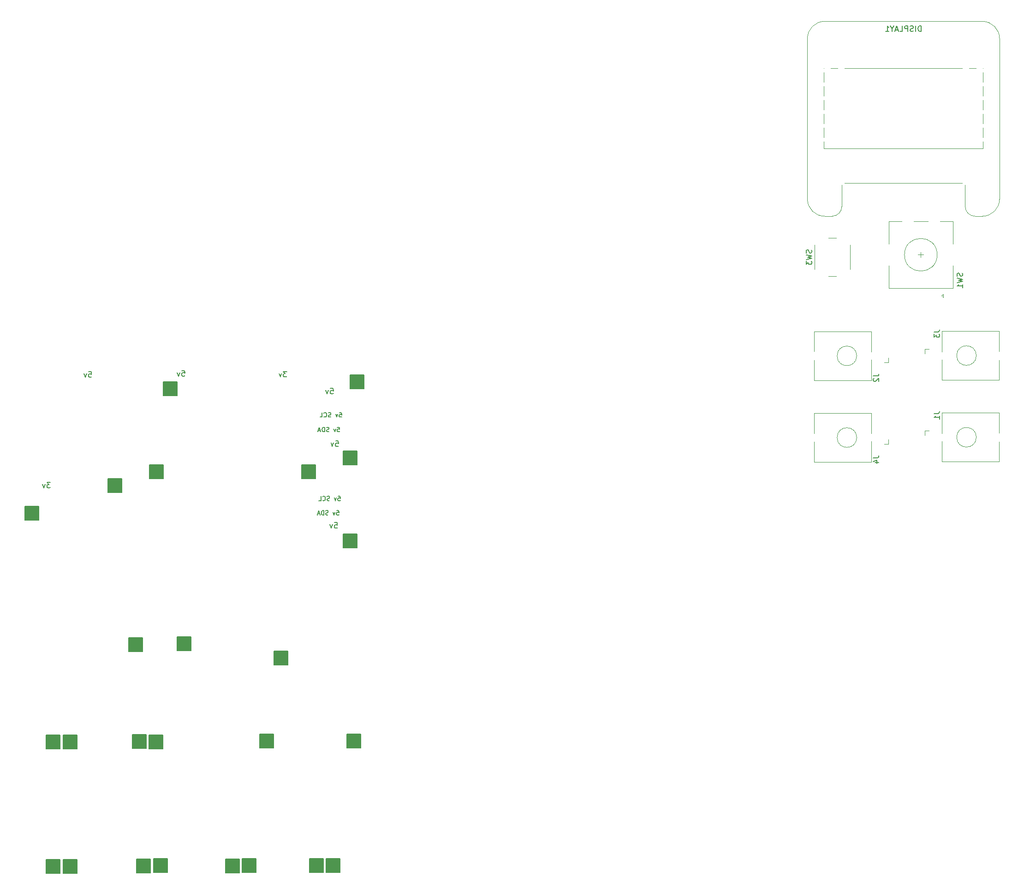
<source format=gbo>
G04 #@! TF.GenerationSoftware,KiCad,Pcbnew,7.0.5-0*
G04 #@! TF.CreationDate,2024-02-27T22:34:33-05:00*
G04 #@! TF.ProjectId,Grand_central_pcb_simple,4772616e-645f-4636-956e-7472616c5f70,rev?*
G04 #@! TF.SameCoordinates,Original*
G04 #@! TF.FileFunction,Legend,Bot*
G04 #@! TF.FilePolarity,Positive*
%FSLAX46Y46*%
G04 Gerber Fmt 4.6, Leading zero omitted, Abs format (unit mm)*
G04 Created by KiCad (PCBNEW 7.0.5-0) date 2024-02-27 22:34:33*
%MOMM*%
%LPD*%
G01*
G04 APERTURE LIST*
%ADD10C,0.150000*%
%ADD11C,0.120000*%
%ADD12C,1.800000*%
%ADD13R,1.800000X1.800000*%
%ADD14C,1.400000*%
%ADD15C,2.130000*%
%ADD16R,1.830000X1.930000*%
%ADD17C,2.000000*%
%ADD18R,2.000000X2.000000*%
%ADD19C,3.200000*%
%ADD20C,2.700000*%
%ADD21R,1.700000X1.700000*%
%ADD22C,1.700000*%
G04 APERTURE END LIST*
D10*
X99060000Y-107950000D02*
X101600000Y-107950000D01*
X101600000Y-110490000D01*
X99060000Y-110490000D01*
X99060000Y-107950000D01*
G36*
X99060000Y-107950000D02*
G01*
X101600000Y-107950000D01*
X101600000Y-110490000D01*
X99060000Y-110490000D01*
X99060000Y-107950000D01*
G37*
X96710146Y-180344491D02*
X99250146Y-180344491D01*
X99250146Y-182884491D01*
X96710146Y-182884491D01*
X96710146Y-180344491D01*
G36*
X96710146Y-180344491D02*
G01*
X99250146Y-180344491D01*
X99250146Y-182884491D01*
X96710146Y-182884491D01*
X96710146Y-180344491D01*
G37*
X83212070Y-180422434D02*
X85752070Y-180422434D01*
X85752070Y-182962434D01*
X83212070Y-182962434D01*
X83212070Y-180422434D01*
G36*
X83212070Y-180422434D02*
G01*
X85752070Y-180422434D01*
X85752070Y-182962434D01*
X83212070Y-182962434D01*
X83212070Y-180422434D01*
G37*
X80150364Y-157552943D02*
X82690364Y-157552943D01*
X82690364Y-160092943D01*
X80150364Y-160092943D01*
X80150364Y-157552943D01*
G36*
X80150364Y-157552943D02*
G01*
X82690364Y-157552943D01*
X82690364Y-160092943D01*
X80150364Y-160092943D01*
X80150364Y-157552943D01*
G37*
X134620000Y-105410000D02*
X137160000Y-105410000D01*
X137160000Y-107950000D01*
X134620000Y-107950000D01*
X134620000Y-105410000D01*
G36*
X134620000Y-105410000D02*
G01*
X137160000Y-105410000D01*
X137160000Y-107950000D01*
X134620000Y-107950000D01*
X134620000Y-105410000D01*
G37*
X99820295Y-180323041D02*
X102360295Y-180323041D01*
X102360295Y-182863041D01*
X99820295Y-182863041D01*
X99820295Y-180323041D01*
G36*
X99820295Y-180323041D02*
G01*
X102360295Y-180323041D01*
X102360295Y-182863041D01*
X99820295Y-182863041D01*
X99820295Y-180323041D01*
G37*
X131538398Y-180281230D02*
X134078398Y-180281230D01*
X134078398Y-182821230D01*
X131538398Y-182821230D01*
X131538398Y-180281230D01*
G36*
X131538398Y-180281230D02*
G01*
X134078398Y-180281230D01*
X134078398Y-182821230D01*
X131538398Y-182821230D01*
X131538398Y-180281230D01*
G37*
X121920000Y-142161284D02*
X124460000Y-142161284D01*
X124460000Y-144701284D01*
X121920000Y-144701284D01*
X121920000Y-142161284D01*
G36*
X121920000Y-142161284D02*
G01*
X124460000Y-142161284D01*
X124460000Y-144701284D01*
X121920000Y-144701284D01*
X121920000Y-142161284D01*
G37*
X80120777Y-180443043D02*
X82660777Y-180443043D01*
X82660777Y-182983043D01*
X80120777Y-182983043D01*
X80120777Y-180443043D01*
G36*
X80120777Y-180443043D02*
G01*
X82660777Y-180443043D01*
X82660777Y-182983043D01*
X80120777Y-182983043D01*
X80120777Y-180443043D01*
G37*
X104124503Y-139521459D02*
X106664503Y-139521459D01*
X106664503Y-142061459D01*
X104124503Y-142061459D01*
X104124503Y-139521459D01*
G36*
X104124503Y-139521459D02*
G01*
X106664503Y-139521459D01*
X106664503Y-142061459D01*
X104124503Y-142061459D01*
X104124503Y-139521459D01*
G37*
X116106277Y-180301193D02*
X118646277Y-180301193D01*
X118646277Y-182841193D01*
X116106277Y-182841193D01*
X116106277Y-180301193D01*
G36*
X116106277Y-180301193D02*
G01*
X118646277Y-180301193D01*
X118646277Y-182841193D01*
X116106277Y-182841193D01*
X116106277Y-180301193D01*
G37*
X127000000Y-107950000D02*
X129540000Y-107950000D01*
X129540000Y-110490000D01*
X127000000Y-110490000D01*
X127000000Y-107950000D01*
G36*
X127000000Y-107950000D02*
G01*
X129540000Y-107950000D01*
X129540000Y-110490000D01*
X127000000Y-110490000D01*
X127000000Y-107950000D01*
G37*
X128481484Y-180242778D02*
X131021484Y-180242778D01*
X131021484Y-182782778D01*
X128481484Y-182782778D01*
X128481484Y-180242778D01*
G36*
X128481484Y-180242778D02*
G01*
X131021484Y-180242778D01*
X131021484Y-182782778D01*
X128481484Y-182782778D01*
X128481484Y-180242778D01*
G37*
X135312797Y-157435657D02*
X137852797Y-157435657D01*
X137852797Y-159975657D01*
X135312797Y-159975657D01*
X135312797Y-157435657D01*
G36*
X135312797Y-157435657D02*
G01*
X137852797Y-157435657D01*
X137852797Y-159975657D01*
X135312797Y-159975657D01*
X135312797Y-157435657D01*
G37*
X99036122Y-157554044D02*
X101576122Y-157554044D01*
X101576122Y-160094044D01*
X99036122Y-160094044D01*
X99036122Y-157554044D01*
G36*
X99036122Y-157554044D02*
G01*
X101576122Y-157554044D01*
X101576122Y-160094044D01*
X99036122Y-160094044D01*
X99036122Y-157554044D01*
G37*
X113060002Y-180378806D02*
X115600002Y-180378806D01*
X115600002Y-182918806D01*
X113060002Y-182918806D01*
X113060002Y-180378806D01*
G36*
X113060002Y-180378806D02*
G01*
X115600002Y-180378806D01*
X115600002Y-182918806D01*
X113060002Y-182918806D01*
X113060002Y-180378806D01*
G37*
X119280000Y-157440000D02*
X121820000Y-157440000D01*
X121820000Y-159980000D01*
X119280000Y-159980000D01*
X119280000Y-157440000D01*
G36*
X119280000Y-157440000D02*
G01*
X121820000Y-157440000D01*
X121820000Y-159980000D01*
X119280000Y-159980000D01*
X119280000Y-157440000D01*
G37*
X95250000Y-139700000D02*
X97790000Y-139700000D01*
X97790000Y-142240000D01*
X95250000Y-142240000D01*
X95250000Y-139700000D01*
G36*
X95250000Y-139700000D02*
G01*
X97790000Y-139700000D01*
X97790000Y-142240000D01*
X95250000Y-142240000D01*
X95250000Y-139700000D01*
G37*
X83246200Y-157573582D02*
X85786200Y-157573582D01*
X85786200Y-160113582D01*
X83246200Y-160113582D01*
X83246200Y-157573582D01*
G36*
X83246200Y-157573582D02*
G01*
X85786200Y-157573582D01*
X85786200Y-160113582D01*
X83246200Y-160113582D01*
X83246200Y-157573582D01*
G37*
X76200000Y-115570000D02*
X78740000Y-115570000D01*
X78740000Y-118110000D01*
X76200000Y-118110000D01*
X76200000Y-115570000D01*
G36*
X76200000Y-115570000D02*
G01*
X78740000Y-115570000D01*
X78740000Y-118110000D01*
X76200000Y-118110000D01*
X76200000Y-115570000D01*
G37*
X91440000Y-110490000D02*
X93980000Y-110490000D01*
X93980000Y-113030000D01*
X91440000Y-113030000D01*
X91440000Y-110490000D01*
G36*
X91440000Y-110490000D02*
G01*
X93980000Y-110490000D01*
X93980000Y-113030000D01*
X91440000Y-113030000D01*
X91440000Y-110490000D01*
G37*
X135890000Y-91440000D02*
X138430000Y-91440000D01*
X138430000Y-93980000D01*
X135890000Y-93980000D01*
X135890000Y-91440000D01*
G36*
X135890000Y-91440000D02*
G01*
X138430000Y-91440000D01*
X138430000Y-93980000D01*
X135890000Y-93980000D01*
X135890000Y-91440000D01*
G37*
X134620000Y-120650000D02*
X137160000Y-120650000D01*
X137160000Y-123190000D01*
X134620000Y-123190000D01*
X134620000Y-120650000D01*
G36*
X134620000Y-120650000D02*
G01*
X137160000Y-120650000D01*
X137160000Y-123190000D01*
X134620000Y-123190000D01*
X134620000Y-120650000D01*
G37*
X95963279Y-157517022D02*
X98503279Y-157517022D01*
X98503279Y-160057022D01*
X95963279Y-160057022D01*
X95963279Y-157517022D01*
G36*
X95963279Y-157517022D02*
G01*
X98503279Y-157517022D01*
X98503279Y-160057022D01*
X95963279Y-160057022D01*
X95963279Y-157517022D01*
G37*
X101600000Y-92710000D02*
X104140000Y-92710000D01*
X104140000Y-95250000D01*
X101600000Y-95250000D01*
X101600000Y-92710000D01*
G36*
X101600000Y-92710000D02*
G01*
X104140000Y-92710000D01*
X104140000Y-95250000D01*
X101600000Y-95250000D01*
X101600000Y-92710000D01*
G37*
X104124503Y-139521459D02*
X106664503Y-139521459D01*
X106664503Y-142061459D01*
X104124503Y-142061459D01*
X104124503Y-139521459D01*
G36*
X104124503Y-139521459D02*
G01*
X106664503Y-139521459D01*
X106664503Y-142061459D01*
X104124503Y-142061459D01*
X104124503Y-139521459D01*
G37*
X132308390Y-93927690D02*
X132784580Y-93927690D01*
X132784580Y-93927690D02*
X132832199Y-94403880D01*
X132832199Y-94403880D02*
X132784580Y-94356261D01*
X132784580Y-94356261D02*
X132689342Y-94308642D01*
X132689342Y-94308642D02*
X132451247Y-94308642D01*
X132451247Y-94308642D02*
X132356009Y-94356261D01*
X132356009Y-94356261D02*
X132308390Y-94403880D01*
X132308390Y-94403880D02*
X132260771Y-94499118D01*
X132260771Y-94499118D02*
X132260771Y-94737213D01*
X132260771Y-94737213D02*
X132308390Y-94832451D01*
X132308390Y-94832451D02*
X132356009Y-94880071D01*
X132356009Y-94880071D02*
X132451247Y-94927690D01*
X132451247Y-94927690D02*
X132689342Y-94927690D01*
X132689342Y-94927690D02*
X132784580Y-94880071D01*
X132784580Y-94880071D02*
X132832199Y-94832451D01*
X131927437Y-94261023D02*
X131689342Y-94927690D01*
X131689342Y-94927690D02*
X131451247Y-94261023D01*
X133941579Y-98412676D02*
X134322531Y-98412676D01*
X134322531Y-98412676D02*
X134360627Y-98793628D01*
X134360627Y-98793628D02*
X134322531Y-98755533D01*
X134322531Y-98755533D02*
X134246341Y-98717438D01*
X134246341Y-98717438D02*
X134055865Y-98717438D01*
X134055865Y-98717438D02*
X133979674Y-98755533D01*
X133979674Y-98755533D02*
X133941579Y-98793628D01*
X133941579Y-98793628D02*
X133903484Y-98869819D01*
X133903484Y-98869819D02*
X133903484Y-99060295D01*
X133903484Y-99060295D02*
X133941579Y-99136485D01*
X133941579Y-99136485D02*
X133979674Y-99174581D01*
X133979674Y-99174581D02*
X134055865Y-99212676D01*
X134055865Y-99212676D02*
X134246341Y-99212676D01*
X134246341Y-99212676D02*
X134322531Y-99174581D01*
X134322531Y-99174581D02*
X134360627Y-99136485D01*
X133636817Y-98679342D02*
X133446341Y-99212676D01*
X133446341Y-99212676D02*
X133255864Y-98679342D01*
X132379674Y-99174581D02*
X132265388Y-99212676D01*
X132265388Y-99212676D02*
X132074912Y-99212676D01*
X132074912Y-99212676D02*
X131998721Y-99174581D01*
X131998721Y-99174581D02*
X131960626Y-99136485D01*
X131960626Y-99136485D02*
X131922531Y-99060295D01*
X131922531Y-99060295D02*
X131922531Y-98984104D01*
X131922531Y-98984104D02*
X131960626Y-98907914D01*
X131960626Y-98907914D02*
X131998721Y-98869819D01*
X131998721Y-98869819D02*
X132074912Y-98831723D01*
X132074912Y-98831723D02*
X132227293Y-98793628D01*
X132227293Y-98793628D02*
X132303483Y-98755533D01*
X132303483Y-98755533D02*
X132341578Y-98717438D01*
X132341578Y-98717438D02*
X132379674Y-98641247D01*
X132379674Y-98641247D02*
X132379674Y-98565057D01*
X132379674Y-98565057D02*
X132341578Y-98488866D01*
X132341578Y-98488866D02*
X132303483Y-98450771D01*
X132303483Y-98450771D02*
X132227293Y-98412676D01*
X132227293Y-98412676D02*
X132036816Y-98412676D01*
X132036816Y-98412676D02*
X131922531Y-98450771D01*
X131122530Y-99136485D02*
X131160626Y-99174581D01*
X131160626Y-99174581D02*
X131274911Y-99212676D01*
X131274911Y-99212676D02*
X131351102Y-99212676D01*
X131351102Y-99212676D02*
X131465388Y-99174581D01*
X131465388Y-99174581D02*
X131541578Y-99098390D01*
X131541578Y-99098390D02*
X131579673Y-99022200D01*
X131579673Y-99022200D02*
X131617769Y-98869819D01*
X131617769Y-98869819D02*
X131617769Y-98755533D01*
X131617769Y-98755533D02*
X131579673Y-98603152D01*
X131579673Y-98603152D02*
X131541578Y-98526961D01*
X131541578Y-98526961D02*
X131465388Y-98450771D01*
X131465388Y-98450771D02*
X131351102Y-98412676D01*
X131351102Y-98412676D02*
X131274911Y-98412676D01*
X131274911Y-98412676D02*
X131160626Y-98450771D01*
X131160626Y-98450771D02*
X131122530Y-98488866D01*
X130398721Y-99212676D02*
X130779673Y-99212676D01*
X130779673Y-99212676D02*
X130779673Y-98412676D01*
X124283538Y-90847666D02*
X123664491Y-90847666D01*
X123664491Y-90847666D02*
X123997824Y-91228618D01*
X123997824Y-91228618D02*
X123854967Y-91228618D01*
X123854967Y-91228618D02*
X123759729Y-91276237D01*
X123759729Y-91276237D02*
X123712110Y-91323856D01*
X123712110Y-91323856D02*
X123664491Y-91419094D01*
X123664491Y-91419094D02*
X123664491Y-91657189D01*
X123664491Y-91657189D02*
X123712110Y-91752427D01*
X123712110Y-91752427D02*
X123759729Y-91800047D01*
X123759729Y-91800047D02*
X123854967Y-91847666D01*
X123854967Y-91847666D02*
X124140681Y-91847666D01*
X124140681Y-91847666D02*
X124235919Y-91800047D01*
X124235919Y-91800047D02*
X124283538Y-91752427D01*
X123331157Y-91180999D02*
X123093062Y-91847666D01*
X123093062Y-91847666D02*
X122854967Y-91180999D01*
X133701025Y-113754612D02*
X134081977Y-113754612D01*
X134081977Y-113754612D02*
X134120073Y-114135564D01*
X134120073Y-114135564D02*
X134081977Y-114097469D01*
X134081977Y-114097469D02*
X134005787Y-114059374D01*
X134005787Y-114059374D02*
X133815311Y-114059374D01*
X133815311Y-114059374D02*
X133739120Y-114097469D01*
X133739120Y-114097469D02*
X133701025Y-114135564D01*
X133701025Y-114135564D02*
X133662930Y-114211755D01*
X133662930Y-114211755D02*
X133662930Y-114402231D01*
X133662930Y-114402231D02*
X133701025Y-114478421D01*
X133701025Y-114478421D02*
X133739120Y-114516517D01*
X133739120Y-114516517D02*
X133815311Y-114554612D01*
X133815311Y-114554612D02*
X134005787Y-114554612D01*
X134005787Y-114554612D02*
X134081977Y-114516517D01*
X134081977Y-114516517D02*
X134120073Y-114478421D01*
X133396263Y-114021278D02*
X133205787Y-114554612D01*
X133205787Y-114554612D02*
X133015310Y-114021278D01*
X132139120Y-114516517D02*
X132024834Y-114554612D01*
X132024834Y-114554612D02*
X131834358Y-114554612D01*
X131834358Y-114554612D02*
X131758167Y-114516517D01*
X131758167Y-114516517D02*
X131720072Y-114478421D01*
X131720072Y-114478421D02*
X131681977Y-114402231D01*
X131681977Y-114402231D02*
X131681977Y-114326040D01*
X131681977Y-114326040D02*
X131720072Y-114249850D01*
X131720072Y-114249850D02*
X131758167Y-114211755D01*
X131758167Y-114211755D02*
X131834358Y-114173659D01*
X131834358Y-114173659D02*
X131986739Y-114135564D01*
X131986739Y-114135564D02*
X132062929Y-114097469D01*
X132062929Y-114097469D02*
X132101024Y-114059374D01*
X132101024Y-114059374D02*
X132139120Y-113983183D01*
X132139120Y-113983183D02*
X132139120Y-113906993D01*
X132139120Y-113906993D02*
X132101024Y-113830802D01*
X132101024Y-113830802D02*
X132062929Y-113792707D01*
X132062929Y-113792707D02*
X131986739Y-113754612D01*
X131986739Y-113754612D02*
X131796262Y-113754612D01*
X131796262Y-113754612D02*
X131681977Y-113792707D01*
X130881976Y-114478421D02*
X130920072Y-114516517D01*
X130920072Y-114516517D02*
X131034357Y-114554612D01*
X131034357Y-114554612D02*
X131110548Y-114554612D01*
X131110548Y-114554612D02*
X131224834Y-114516517D01*
X131224834Y-114516517D02*
X131301024Y-114440326D01*
X131301024Y-114440326D02*
X131339119Y-114364136D01*
X131339119Y-114364136D02*
X131377215Y-114211755D01*
X131377215Y-114211755D02*
X131377215Y-114097469D01*
X131377215Y-114097469D02*
X131339119Y-113945088D01*
X131339119Y-113945088D02*
X131301024Y-113868897D01*
X131301024Y-113868897D02*
X131224834Y-113792707D01*
X131224834Y-113792707D02*
X131110548Y-113754612D01*
X131110548Y-113754612D02*
X131034357Y-113754612D01*
X131034357Y-113754612D02*
X130920072Y-113792707D01*
X130920072Y-113792707D02*
X130881976Y-113830802D01*
X130158167Y-114554612D02*
X130539119Y-114554612D01*
X130539119Y-114554612D02*
X130539119Y-113754612D01*
X133449209Y-116398677D02*
X133830161Y-116398677D01*
X133830161Y-116398677D02*
X133868257Y-116779629D01*
X133868257Y-116779629D02*
X133830161Y-116741534D01*
X133830161Y-116741534D02*
X133753971Y-116703439D01*
X133753971Y-116703439D02*
X133563495Y-116703439D01*
X133563495Y-116703439D02*
X133487304Y-116741534D01*
X133487304Y-116741534D02*
X133449209Y-116779629D01*
X133449209Y-116779629D02*
X133411114Y-116855820D01*
X133411114Y-116855820D02*
X133411114Y-117046296D01*
X133411114Y-117046296D02*
X133449209Y-117122486D01*
X133449209Y-117122486D02*
X133487304Y-117160582D01*
X133487304Y-117160582D02*
X133563495Y-117198677D01*
X133563495Y-117198677D02*
X133753971Y-117198677D01*
X133753971Y-117198677D02*
X133830161Y-117160582D01*
X133830161Y-117160582D02*
X133868257Y-117122486D01*
X133144447Y-116665343D02*
X132953971Y-117198677D01*
X132953971Y-117198677D02*
X132763494Y-116665343D01*
X131887304Y-117160582D02*
X131773018Y-117198677D01*
X131773018Y-117198677D02*
X131582542Y-117198677D01*
X131582542Y-117198677D02*
X131506351Y-117160582D01*
X131506351Y-117160582D02*
X131468256Y-117122486D01*
X131468256Y-117122486D02*
X131430161Y-117046296D01*
X131430161Y-117046296D02*
X131430161Y-116970105D01*
X131430161Y-116970105D02*
X131468256Y-116893915D01*
X131468256Y-116893915D02*
X131506351Y-116855820D01*
X131506351Y-116855820D02*
X131582542Y-116817724D01*
X131582542Y-116817724D02*
X131734923Y-116779629D01*
X131734923Y-116779629D02*
X131811113Y-116741534D01*
X131811113Y-116741534D02*
X131849208Y-116703439D01*
X131849208Y-116703439D02*
X131887304Y-116627248D01*
X131887304Y-116627248D02*
X131887304Y-116551058D01*
X131887304Y-116551058D02*
X131849208Y-116474867D01*
X131849208Y-116474867D02*
X131811113Y-116436772D01*
X131811113Y-116436772D02*
X131734923Y-116398677D01*
X131734923Y-116398677D02*
X131544446Y-116398677D01*
X131544446Y-116398677D02*
X131430161Y-116436772D01*
X131087303Y-117198677D02*
X131087303Y-116398677D01*
X131087303Y-116398677D02*
X130896827Y-116398677D01*
X130896827Y-116398677D02*
X130782541Y-116436772D01*
X130782541Y-116436772D02*
X130706351Y-116512962D01*
X130706351Y-116512962D02*
X130668256Y-116589153D01*
X130668256Y-116589153D02*
X130630160Y-116741534D01*
X130630160Y-116741534D02*
X130630160Y-116855820D01*
X130630160Y-116855820D02*
X130668256Y-117008201D01*
X130668256Y-117008201D02*
X130706351Y-117084391D01*
X130706351Y-117084391D02*
X130782541Y-117160582D01*
X130782541Y-117160582D02*
X130896827Y-117198677D01*
X130896827Y-117198677D02*
X131087303Y-117198677D01*
X130325399Y-116970105D02*
X129944446Y-116970105D01*
X130401589Y-117198677D02*
X130134922Y-116398677D01*
X130134922Y-116398677D02*
X129868256Y-117198677D01*
X133045520Y-118600185D02*
X133521710Y-118600185D01*
X133521710Y-118600185D02*
X133569329Y-119076375D01*
X133569329Y-119076375D02*
X133521710Y-119028756D01*
X133521710Y-119028756D02*
X133426472Y-118981137D01*
X133426472Y-118981137D02*
X133188377Y-118981137D01*
X133188377Y-118981137D02*
X133093139Y-119028756D01*
X133093139Y-119028756D02*
X133045520Y-119076375D01*
X133045520Y-119076375D02*
X132997901Y-119171613D01*
X132997901Y-119171613D02*
X132997901Y-119409708D01*
X132997901Y-119409708D02*
X133045520Y-119504946D01*
X133045520Y-119504946D02*
X133093139Y-119552566D01*
X133093139Y-119552566D02*
X133188377Y-119600185D01*
X133188377Y-119600185D02*
X133426472Y-119600185D01*
X133426472Y-119600185D02*
X133521710Y-119552566D01*
X133521710Y-119552566D02*
X133569329Y-119504946D01*
X132664567Y-118933518D02*
X132426472Y-119600185D01*
X132426472Y-119600185D02*
X132188377Y-118933518D01*
X87921254Y-90895186D02*
X88397444Y-90895186D01*
X88397444Y-90895186D02*
X88445063Y-91371376D01*
X88445063Y-91371376D02*
X88397444Y-91323757D01*
X88397444Y-91323757D02*
X88302206Y-91276138D01*
X88302206Y-91276138D02*
X88064111Y-91276138D01*
X88064111Y-91276138D02*
X87968873Y-91323757D01*
X87968873Y-91323757D02*
X87921254Y-91371376D01*
X87921254Y-91371376D02*
X87873635Y-91466614D01*
X87873635Y-91466614D02*
X87873635Y-91704709D01*
X87873635Y-91704709D02*
X87921254Y-91799947D01*
X87921254Y-91799947D02*
X87968873Y-91847567D01*
X87968873Y-91847567D02*
X88064111Y-91895186D01*
X88064111Y-91895186D02*
X88302206Y-91895186D01*
X88302206Y-91895186D02*
X88397444Y-91847567D01*
X88397444Y-91847567D02*
X88445063Y-91799947D01*
X87540301Y-91228519D02*
X87302206Y-91895186D01*
X87302206Y-91895186D02*
X87064111Y-91228519D01*
X133258868Y-103608134D02*
X133735058Y-103608134D01*
X133735058Y-103608134D02*
X133782677Y-104084324D01*
X133782677Y-104084324D02*
X133735058Y-104036705D01*
X133735058Y-104036705D02*
X133639820Y-103989086D01*
X133639820Y-103989086D02*
X133401725Y-103989086D01*
X133401725Y-103989086D02*
X133306487Y-104036705D01*
X133306487Y-104036705D02*
X133258868Y-104084324D01*
X133258868Y-104084324D02*
X133211249Y-104179562D01*
X133211249Y-104179562D02*
X133211249Y-104417657D01*
X133211249Y-104417657D02*
X133258868Y-104512895D01*
X133258868Y-104512895D02*
X133306487Y-104560515D01*
X133306487Y-104560515D02*
X133401725Y-104608134D01*
X133401725Y-104608134D02*
X133639820Y-104608134D01*
X133639820Y-104608134D02*
X133735058Y-104560515D01*
X133735058Y-104560515D02*
X133782677Y-104512895D01*
X132877915Y-103941467D02*
X132639820Y-104608134D01*
X132639820Y-104608134D02*
X132401725Y-103941467D01*
X80888701Y-111202402D02*
X80269654Y-111202402D01*
X80269654Y-111202402D02*
X80602987Y-111583354D01*
X80602987Y-111583354D02*
X80460130Y-111583354D01*
X80460130Y-111583354D02*
X80364892Y-111630973D01*
X80364892Y-111630973D02*
X80317273Y-111678592D01*
X80317273Y-111678592D02*
X80269654Y-111773830D01*
X80269654Y-111773830D02*
X80269654Y-112011925D01*
X80269654Y-112011925D02*
X80317273Y-112107163D01*
X80317273Y-112107163D02*
X80364892Y-112154783D01*
X80364892Y-112154783D02*
X80460130Y-112202402D01*
X80460130Y-112202402D02*
X80745844Y-112202402D01*
X80745844Y-112202402D02*
X80841082Y-112154783D01*
X80841082Y-112154783D02*
X80888701Y-112107163D01*
X79936320Y-111535735D02*
X79698225Y-112202402D01*
X79698225Y-112202402D02*
X79460130Y-111535735D01*
X133578953Y-101111498D02*
X133959905Y-101111498D01*
X133959905Y-101111498D02*
X133998001Y-101492450D01*
X133998001Y-101492450D02*
X133959905Y-101454355D01*
X133959905Y-101454355D02*
X133883715Y-101416260D01*
X133883715Y-101416260D02*
X133693239Y-101416260D01*
X133693239Y-101416260D02*
X133617048Y-101454355D01*
X133617048Y-101454355D02*
X133578953Y-101492450D01*
X133578953Y-101492450D02*
X133540858Y-101568641D01*
X133540858Y-101568641D02*
X133540858Y-101759117D01*
X133540858Y-101759117D02*
X133578953Y-101835307D01*
X133578953Y-101835307D02*
X133617048Y-101873403D01*
X133617048Y-101873403D02*
X133693239Y-101911498D01*
X133693239Y-101911498D02*
X133883715Y-101911498D01*
X133883715Y-101911498D02*
X133959905Y-101873403D01*
X133959905Y-101873403D02*
X133998001Y-101835307D01*
X133274191Y-101378164D02*
X133083715Y-101911498D01*
X133083715Y-101911498D02*
X132893238Y-101378164D01*
X132017048Y-101873403D02*
X131902762Y-101911498D01*
X131902762Y-101911498D02*
X131712286Y-101911498D01*
X131712286Y-101911498D02*
X131636095Y-101873403D01*
X131636095Y-101873403D02*
X131598000Y-101835307D01*
X131598000Y-101835307D02*
X131559905Y-101759117D01*
X131559905Y-101759117D02*
X131559905Y-101682926D01*
X131559905Y-101682926D02*
X131598000Y-101606736D01*
X131598000Y-101606736D02*
X131636095Y-101568641D01*
X131636095Y-101568641D02*
X131712286Y-101530545D01*
X131712286Y-101530545D02*
X131864667Y-101492450D01*
X131864667Y-101492450D02*
X131940857Y-101454355D01*
X131940857Y-101454355D02*
X131978952Y-101416260D01*
X131978952Y-101416260D02*
X132017048Y-101340069D01*
X132017048Y-101340069D02*
X132017048Y-101263879D01*
X132017048Y-101263879D02*
X131978952Y-101187688D01*
X131978952Y-101187688D02*
X131940857Y-101149593D01*
X131940857Y-101149593D02*
X131864667Y-101111498D01*
X131864667Y-101111498D02*
X131674190Y-101111498D01*
X131674190Y-101111498D02*
X131559905Y-101149593D01*
X131217047Y-101911498D02*
X131217047Y-101111498D01*
X131217047Y-101111498D02*
X131026571Y-101111498D01*
X131026571Y-101111498D02*
X130912285Y-101149593D01*
X130912285Y-101149593D02*
X130836095Y-101225783D01*
X130836095Y-101225783D02*
X130798000Y-101301974D01*
X130798000Y-101301974D02*
X130759904Y-101454355D01*
X130759904Y-101454355D02*
X130759904Y-101568641D01*
X130759904Y-101568641D02*
X130798000Y-101721022D01*
X130798000Y-101721022D02*
X130836095Y-101797212D01*
X130836095Y-101797212D02*
X130912285Y-101873403D01*
X130912285Y-101873403D02*
X131026571Y-101911498D01*
X131026571Y-101911498D02*
X131217047Y-101911498D01*
X130455143Y-101682926D02*
X130074190Y-101682926D01*
X130531333Y-101911498D02*
X130264666Y-101111498D01*
X130264666Y-101111498D02*
X129998000Y-101911498D01*
X105044255Y-90685367D02*
X105520445Y-90685367D01*
X105520445Y-90685367D02*
X105568064Y-91161557D01*
X105568064Y-91161557D02*
X105520445Y-91113938D01*
X105520445Y-91113938D02*
X105425207Y-91066319D01*
X105425207Y-91066319D02*
X105187112Y-91066319D01*
X105187112Y-91066319D02*
X105091874Y-91113938D01*
X105091874Y-91113938D02*
X105044255Y-91161557D01*
X105044255Y-91161557D02*
X104996636Y-91256795D01*
X104996636Y-91256795D02*
X104996636Y-91494890D01*
X104996636Y-91494890D02*
X105044255Y-91590128D01*
X105044255Y-91590128D02*
X105091874Y-91637748D01*
X105091874Y-91637748D02*
X105187112Y-91685367D01*
X105187112Y-91685367D02*
X105425207Y-91685367D01*
X105425207Y-91685367D02*
X105520445Y-91637748D01*
X105520445Y-91637748D02*
X105568064Y-91590128D01*
X104663302Y-91018700D02*
X104425207Y-91685367D01*
X104425207Y-91685367D02*
X104187112Y-91018700D01*
X231954680Y-91677282D02*
X232668965Y-91677282D01*
X232668965Y-91677282D02*
X232811822Y-91629663D01*
X232811822Y-91629663D02*
X232907061Y-91534425D01*
X232907061Y-91534425D02*
X232954680Y-91391568D01*
X232954680Y-91391568D02*
X232954680Y-91296330D01*
X232049918Y-92105854D02*
X232002299Y-92153473D01*
X232002299Y-92153473D02*
X231954680Y-92248711D01*
X231954680Y-92248711D02*
X231954680Y-92486806D01*
X231954680Y-92486806D02*
X232002299Y-92582044D01*
X232002299Y-92582044D02*
X232049918Y-92629663D01*
X232049918Y-92629663D02*
X232145156Y-92677282D01*
X232145156Y-92677282D02*
X232240394Y-92677282D01*
X232240394Y-92677282D02*
X232383251Y-92629663D01*
X232383251Y-92629663D02*
X232954680Y-92058235D01*
X232954680Y-92058235D02*
X232954680Y-92677282D01*
X220582200Y-68516667D02*
X220629819Y-68659524D01*
X220629819Y-68659524D02*
X220629819Y-68897619D01*
X220629819Y-68897619D02*
X220582200Y-68992857D01*
X220582200Y-68992857D02*
X220534580Y-69040476D01*
X220534580Y-69040476D02*
X220439342Y-69088095D01*
X220439342Y-69088095D02*
X220344104Y-69088095D01*
X220344104Y-69088095D02*
X220248866Y-69040476D01*
X220248866Y-69040476D02*
X220201247Y-68992857D01*
X220201247Y-68992857D02*
X220153628Y-68897619D01*
X220153628Y-68897619D02*
X220106009Y-68707143D01*
X220106009Y-68707143D02*
X220058390Y-68611905D01*
X220058390Y-68611905D02*
X220010771Y-68564286D01*
X220010771Y-68564286D02*
X219915533Y-68516667D01*
X219915533Y-68516667D02*
X219820295Y-68516667D01*
X219820295Y-68516667D02*
X219725057Y-68564286D01*
X219725057Y-68564286D02*
X219677438Y-68611905D01*
X219677438Y-68611905D02*
X219629819Y-68707143D01*
X219629819Y-68707143D02*
X219629819Y-68945238D01*
X219629819Y-68945238D02*
X219677438Y-69088095D01*
X219629819Y-69421429D02*
X220629819Y-69659524D01*
X220629819Y-69659524D02*
X219915533Y-69850000D01*
X219915533Y-69850000D02*
X220629819Y-70040476D01*
X220629819Y-70040476D02*
X219629819Y-70278572D01*
X219629819Y-70564286D02*
X219629819Y-71183333D01*
X219629819Y-71183333D02*
X220010771Y-70850000D01*
X220010771Y-70850000D02*
X220010771Y-70992857D01*
X220010771Y-70992857D02*
X220058390Y-71088095D01*
X220058390Y-71088095D02*
X220106009Y-71135714D01*
X220106009Y-71135714D02*
X220201247Y-71183333D01*
X220201247Y-71183333D02*
X220439342Y-71183333D01*
X220439342Y-71183333D02*
X220534580Y-71135714D01*
X220534580Y-71135714D02*
X220582200Y-71088095D01*
X220582200Y-71088095D02*
X220629819Y-70992857D01*
X220629819Y-70992857D02*
X220629819Y-70707143D01*
X220629819Y-70707143D02*
X220582200Y-70611905D01*
X220582200Y-70611905D02*
X220534580Y-70564286D01*
X248272200Y-72776667D02*
X248319819Y-72919524D01*
X248319819Y-72919524D02*
X248319819Y-73157619D01*
X248319819Y-73157619D02*
X248272200Y-73252857D01*
X248272200Y-73252857D02*
X248224580Y-73300476D01*
X248224580Y-73300476D02*
X248129342Y-73348095D01*
X248129342Y-73348095D02*
X248034104Y-73348095D01*
X248034104Y-73348095D02*
X247938866Y-73300476D01*
X247938866Y-73300476D02*
X247891247Y-73252857D01*
X247891247Y-73252857D02*
X247843628Y-73157619D01*
X247843628Y-73157619D02*
X247796009Y-72967143D01*
X247796009Y-72967143D02*
X247748390Y-72871905D01*
X247748390Y-72871905D02*
X247700771Y-72824286D01*
X247700771Y-72824286D02*
X247605533Y-72776667D01*
X247605533Y-72776667D02*
X247510295Y-72776667D01*
X247510295Y-72776667D02*
X247415057Y-72824286D01*
X247415057Y-72824286D02*
X247367438Y-72871905D01*
X247367438Y-72871905D02*
X247319819Y-72967143D01*
X247319819Y-72967143D02*
X247319819Y-73205238D01*
X247319819Y-73205238D02*
X247367438Y-73348095D01*
X247319819Y-73681429D02*
X248319819Y-73919524D01*
X248319819Y-73919524D02*
X247605533Y-74110000D01*
X247605533Y-74110000D02*
X248319819Y-74300476D01*
X248319819Y-74300476D02*
X247319819Y-74538572D01*
X248319819Y-75443333D02*
X248319819Y-74871905D01*
X248319819Y-75157619D02*
X247319819Y-75157619D01*
X247319819Y-75157619D02*
X247462676Y-75062381D01*
X247462676Y-75062381D02*
X247557914Y-74967143D01*
X247557914Y-74967143D02*
X247605533Y-74871905D01*
X243104819Y-83558236D02*
X243819104Y-83558236D01*
X243819104Y-83558236D02*
X243961961Y-83510617D01*
X243961961Y-83510617D02*
X244057200Y-83415379D01*
X244057200Y-83415379D02*
X244104819Y-83272522D01*
X244104819Y-83272522D02*
X244104819Y-83177284D01*
X243104819Y-83939189D02*
X243104819Y-84558236D01*
X243104819Y-84558236D02*
X243485771Y-84224903D01*
X243485771Y-84224903D02*
X243485771Y-84367760D01*
X243485771Y-84367760D02*
X243533390Y-84462998D01*
X243533390Y-84462998D02*
X243581009Y-84510617D01*
X243581009Y-84510617D02*
X243676247Y-84558236D01*
X243676247Y-84558236D02*
X243914342Y-84558236D01*
X243914342Y-84558236D02*
X244009580Y-84510617D01*
X244009580Y-84510617D02*
X244057200Y-84462998D01*
X244057200Y-84462998D02*
X244104819Y-84367760D01*
X244104819Y-84367760D02*
X244104819Y-84082046D01*
X244104819Y-84082046D02*
X244057200Y-83986808D01*
X244057200Y-83986808D02*
X244009580Y-83939189D01*
X243104819Y-98558236D02*
X243819104Y-98558236D01*
X243819104Y-98558236D02*
X243961961Y-98510617D01*
X243961961Y-98510617D02*
X244057200Y-98415379D01*
X244057200Y-98415379D02*
X244104819Y-98272522D01*
X244104819Y-98272522D02*
X244104819Y-98177284D01*
X244104819Y-99558236D02*
X244104819Y-98986808D01*
X244104819Y-99272522D02*
X243104819Y-99272522D01*
X243104819Y-99272522D02*
X243247676Y-99177284D01*
X243247676Y-99177284D02*
X243342914Y-99082046D01*
X243342914Y-99082046D02*
X243390533Y-98986808D01*
X240704285Y-28394819D02*
X240704285Y-27394819D01*
X240704285Y-27394819D02*
X240466190Y-27394819D01*
X240466190Y-27394819D02*
X240323333Y-27442438D01*
X240323333Y-27442438D02*
X240228095Y-27537676D01*
X240228095Y-27537676D02*
X240180476Y-27632914D01*
X240180476Y-27632914D02*
X240132857Y-27823390D01*
X240132857Y-27823390D02*
X240132857Y-27966247D01*
X240132857Y-27966247D02*
X240180476Y-28156723D01*
X240180476Y-28156723D02*
X240228095Y-28251961D01*
X240228095Y-28251961D02*
X240323333Y-28347200D01*
X240323333Y-28347200D02*
X240466190Y-28394819D01*
X240466190Y-28394819D02*
X240704285Y-28394819D01*
X239704285Y-28394819D02*
X239704285Y-27394819D01*
X239275714Y-28347200D02*
X239132857Y-28394819D01*
X239132857Y-28394819D02*
X238894762Y-28394819D01*
X238894762Y-28394819D02*
X238799524Y-28347200D01*
X238799524Y-28347200D02*
X238751905Y-28299580D01*
X238751905Y-28299580D02*
X238704286Y-28204342D01*
X238704286Y-28204342D02*
X238704286Y-28109104D01*
X238704286Y-28109104D02*
X238751905Y-28013866D01*
X238751905Y-28013866D02*
X238799524Y-27966247D01*
X238799524Y-27966247D02*
X238894762Y-27918628D01*
X238894762Y-27918628D02*
X239085238Y-27871009D01*
X239085238Y-27871009D02*
X239180476Y-27823390D01*
X239180476Y-27823390D02*
X239228095Y-27775771D01*
X239228095Y-27775771D02*
X239275714Y-27680533D01*
X239275714Y-27680533D02*
X239275714Y-27585295D01*
X239275714Y-27585295D02*
X239228095Y-27490057D01*
X239228095Y-27490057D02*
X239180476Y-27442438D01*
X239180476Y-27442438D02*
X239085238Y-27394819D01*
X239085238Y-27394819D02*
X238847143Y-27394819D01*
X238847143Y-27394819D02*
X238704286Y-27442438D01*
X238275714Y-28394819D02*
X238275714Y-27394819D01*
X238275714Y-27394819D02*
X237894762Y-27394819D01*
X237894762Y-27394819D02*
X237799524Y-27442438D01*
X237799524Y-27442438D02*
X237751905Y-27490057D01*
X237751905Y-27490057D02*
X237704286Y-27585295D01*
X237704286Y-27585295D02*
X237704286Y-27728152D01*
X237704286Y-27728152D02*
X237751905Y-27823390D01*
X237751905Y-27823390D02*
X237799524Y-27871009D01*
X237799524Y-27871009D02*
X237894762Y-27918628D01*
X237894762Y-27918628D02*
X238275714Y-27918628D01*
X236799524Y-28394819D02*
X237275714Y-28394819D01*
X237275714Y-28394819D02*
X237275714Y-27394819D01*
X236513809Y-28109104D02*
X236037619Y-28109104D01*
X236609047Y-28394819D02*
X236275714Y-27394819D01*
X236275714Y-27394819D02*
X235942381Y-28394819D01*
X235418571Y-27918628D02*
X235418571Y-28394819D01*
X235751904Y-27394819D02*
X235418571Y-27918628D01*
X235418571Y-27918628D02*
X235085238Y-27394819D01*
X234228095Y-28394819D02*
X234799523Y-28394819D01*
X234513809Y-28394819D02*
X234513809Y-27394819D01*
X234513809Y-27394819D02*
X234609047Y-27537676D01*
X234609047Y-27537676D02*
X234704285Y-27632914D01*
X234704285Y-27632914D02*
X234799523Y-27680533D01*
X231954680Y-106677282D02*
X232668965Y-106677282D01*
X232668965Y-106677282D02*
X232811822Y-106629663D01*
X232811822Y-106629663D02*
X232907061Y-106534425D01*
X232907061Y-106534425D02*
X232954680Y-106391568D01*
X232954680Y-106391568D02*
X232954680Y-106296330D01*
X232288013Y-107582044D02*
X232954680Y-107582044D01*
X231907061Y-107343949D02*
X232621346Y-107105854D01*
X232621346Y-107105854D02*
X232621346Y-107724901D01*
D11*
X228899861Y-87980616D02*
G75*
G03*
X228899861Y-87980616I-1800000J0D01*
G01*
X231599861Y-83480616D02*
X221099861Y-83480616D01*
X231599861Y-83480616D02*
X231599861Y-87260616D01*
X221099861Y-83480616D02*
X221099861Y-87180616D01*
X231599861Y-88700616D02*
X231599861Y-92480616D01*
X221099861Y-88780616D02*
X221099861Y-92480616D01*
X234749861Y-89210616D02*
X234749861Y-88350616D01*
X234749861Y-89210616D02*
X233949861Y-89210616D01*
X231599861Y-92480616D02*
X221099861Y-92480616D01*
X225175000Y-73350000D02*
X223675000Y-73350000D01*
X221175000Y-72100000D02*
X221175000Y-67600000D01*
X227675000Y-67600000D02*
X227675000Y-72100000D01*
X223675000Y-66350000D02*
X225175000Y-66350000D01*
X244765000Y-77210000D02*
X244765000Y-76610000D01*
X244465000Y-76910000D02*
X244765000Y-77210000D01*
X244765000Y-76610000D02*
X244465000Y-76910000D01*
X246565000Y-75510000D02*
X234765000Y-75510000D01*
X234765000Y-71410000D02*
X234765000Y-75510000D01*
X246565000Y-71410000D02*
X246565000Y-75510000D01*
X240665000Y-69910000D02*
X240665000Y-68910000D01*
X241165000Y-69410000D02*
X240165000Y-69410000D01*
X246565000Y-67410000D02*
X246565000Y-63310000D01*
X234765000Y-63310000D02*
X234765000Y-67410000D01*
X237165000Y-63310000D02*
X234765000Y-63310000D01*
X241965000Y-63310000D02*
X239365000Y-63310000D01*
X246565000Y-63310000D02*
X244165000Y-63310000D01*
X243665000Y-69410000D02*
G75*
G03*
X243665000Y-69410000I-3000000J0D01*
G01*
X250850000Y-87921570D02*
G75*
G03*
X250850000Y-87921570I-1800000J0D01*
G01*
X244550000Y-92421570D02*
X255050000Y-92421570D01*
X244550000Y-92421570D02*
X244550000Y-88641570D01*
X255050000Y-92421570D02*
X255050000Y-88721570D01*
X244550000Y-87201570D02*
X244550000Y-83421570D01*
X255050000Y-87121570D02*
X255050000Y-83421570D01*
X241400000Y-86691570D02*
X241400000Y-87551570D01*
X241400000Y-86691570D02*
X242200000Y-86691570D01*
X244550000Y-83421570D02*
X255050000Y-83421570D01*
X250850000Y-102921570D02*
G75*
G03*
X250850000Y-102921570I-1800000J0D01*
G01*
X244550000Y-107421570D02*
X255050000Y-107421570D01*
X244550000Y-107421570D02*
X244550000Y-103641570D01*
X255050000Y-107421570D02*
X255050000Y-103721570D01*
X244550000Y-102201570D02*
X244550000Y-98421570D01*
X255050000Y-102121570D02*
X255050000Y-98421570D01*
X241400000Y-101691570D02*
X241400000Y-102551570D01*
X241400000Y-101691570D02*
X242200000Y-101691570D01*
X244550000Y-98421570D02*
X255050000Y-98421570D01*
X255126000Y-29715000D02*
X255126000Y-59179000D01*
X252078000Y-49891000D02*
X222902000Y-49891000D01*
X252078000Y-35193000D02*
X252078000Y-49891000D01*
X252078000Y-35193000D02*
X222902000Y-35193000D01*
X250618000Y-62337000D02*
X251970000Y-62337000D01*
X248810000Y-56241000D02*
X248810000Y-60529000D01*
X248810000Y-56241000D02*
X226170000Y-56241000D01*
X226170000Y-56241000D02*
X226170000Y-60529000D01*
X224362000Y-62337000D02*
X223010000Y-62337000D01*
X223012000Y-26557000D02*
X251968000Y-26557000D01*
X222902000Y-35193000D02*
X222902000Y-49891000D01*
X219854000Y-29715000D02*
X219854000Y-59179000D01*
X251968000Y-62337000D02*
G75*
G03*
X255126000Y-59179000I-1J3158001D01*
G01*
X255126000Y-29715000D02*
G75*
G03*
X251968000Y-26557000I-3158001J-1D01*
G01*
X248810000Y-60527000D02*
G75*
G03*
X250616000Y-62337000I1808000J-2000D01*
G01*
X224364000Y-62337000D02*
G75*
G03*
X226170000Y-60527000I-2000J1808000D01*
G01*
X219854000Y-59179000D02*
G75*
G03*
X223012000Y-62337000I3158000J0D01*
G01*
X223012000Y-26557000D02*
G75*
G03*
X219854000Y-29715000I0J-3158000D01*
G01*
X228899861Y-102980616D02*
G75*
G03*
X228899861Y-102980616I-1800000J0D01*
G01*
X231599861Y-98480616D02*
X221099861Y-98480616D01*
X231599861Y-98480616D02*
X231599861Y-102260616D01*
X221099861Y-98480616D02*
X221099861Y-102180616D01*
X231599861Y-103700616D02*
X231599861Y-107480616D01*
X221099861Y-103780616D02*
X221099861Y-107480616D01*
X234749861Y-104210616D02*
X234749861Y-103350616D01*
X234749861Y-104210616D02*
X233949861Y-104210616D01*
X231599861Y-107480616D02*
X221099861Y-107480616D01*
%LPC*%
D12*
X247655000Y-95250000D03*
D13*
X250195000Y-95250000D03*
X226690000Y-95885000D03*
D12*
X229230000Y-95885000D03*
D13*
X226060000Y-80010000D03*
D12*
X228600000Y-80010000D03*
D13*
X247645000Y-80645000D03*
D12*
X250185000Y-80645000D03*
D14*
X251470000Y-55880000D03*
X248930000Y-55880000D03*
X251470000Y-53340000D03*
X248930000Y-53340000D03*
X251470000Y-50800000D03*
X248930000Y-50800000D03*
X251470000Y-48260000D03*
X248930000Y-48260000D03*
X251470000Y-45720000D03*
X248930000Y-45720000D03*
X251470000Y-43180000D03*
X248930000Y-43180000D03*
X251470000Y-40640000D03*
X248930000Y-40640000D03*
X251470000Y-38100000D03*
X248930000Y-38100000D03*
X251470000Y-35560000D03*
X248930000Y-35560000D03*
X251470000Y-33020000D03*
X248930000Y-33020000D03*
X226070000Y-55880000D03*
X223530000Y-55880000D03*
X226070000Y-53340000D03*
X223530000Y-53340000D03*
X226070000Y-50800000D03*
X223530000Y-50800000D03*
X226070000Y-48260000D03*
X223530000Y-48260000D03*
X226070000Y-45720000D03*
X223530000Y-45720000D03*
X226070000Y-43180000D03*
X223530000Y-43180000D03*
X226070000Y-40640000D03*
X223530000Y-40640000D03*
X226070000Y-38100000D03*
X223530000Y-38100000D03*
X226070000Y-35560000D03*
X223530000Y-35560000D03*
X226070000Y-33020000D03*
X223530000Y-33020000D03*
D15*
X230479861Y-87980616D03*
X222179861Y-87980616D03*
D16*
X233579861Y-87980616D03*
D17*
X226675000Y-73100000D03*
X226675000Y-66600000D03*
X222175000Y-73100000D03*
X222175000Y-66600000D03*
D18*
X243165000Y-76910000D03*
D17*
X238165000Y-76910000D03*
X240665000Y-76910000D03*
D19*
X235065000Y-69410000D03*
X246265000Y-69410000D03*
D17*
X238165000Y-62410000D03*
X243165000Y-62410000D03*
D15*
X245670000Y-87921570D03*
X253970000Y-87921570D03*
D16*
X242570000Y-87921570D03*
D15*
X245670000Y-102921570D03*
D16*
X242570000Y-102921570D03*
D15*
X253970000Y-102921570D03*
D20*
X251968000Y-59179000D03*
X251968000Y-29715000D03*
X223012000Y-59179000D03*
X223012000Y-29715000D03*
D21*
X246380000Y-29715000D03*
D22*
X243840000Y-29715000D03*
X241300000Y-29715000D03*
X238760000Y-29715000D03*
X236220000Y-29715000D03*
X233680000Y-29715000D03*
X231140000Y-29715000D03*
X228600000Y-29715000D03*
D15*
X230479861Y-102980616D03*
X222179861Y-102980616D03*
D16*
X233579861Y-102980616D03*
%LPD*%
M02*

</source>
